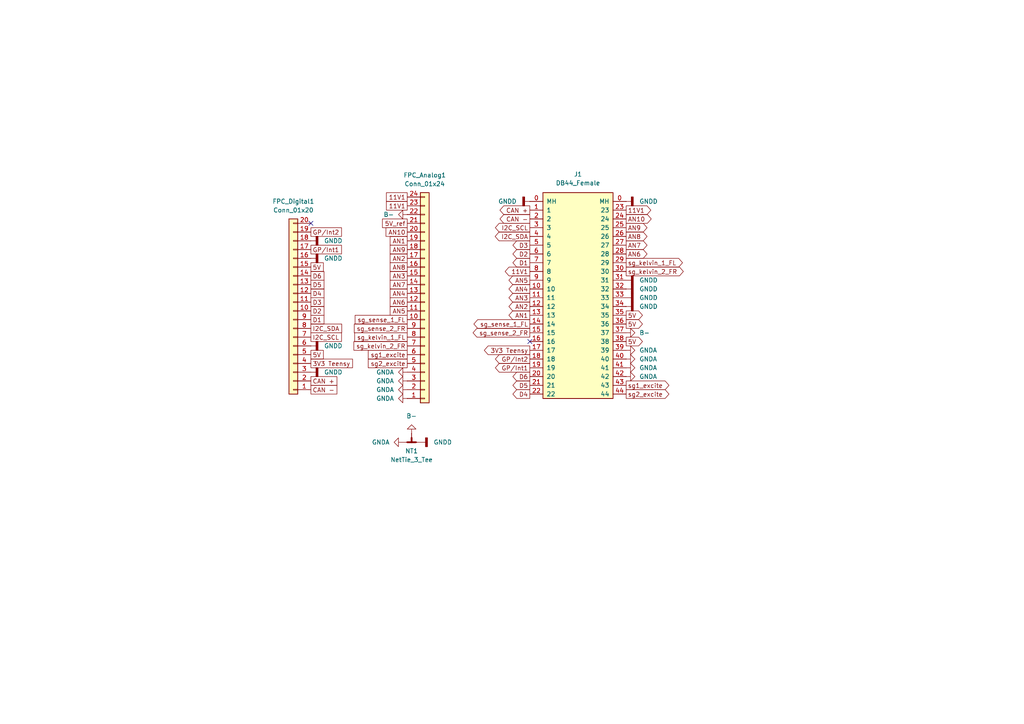
<source format=kicad_sch>
(kicad_sch (version 20250114) (generator "eeschema") (generator_version "9.0")
  (paper "A4")
  (lib_symbols
    (symbol "Connector_Generic:Conn_01x20" (pin_names (offset 1.016) (hide yes))
      (property "Reference" "J" (at 0 25.4 0))
      (property "Value" "Conn_01x20" (at 0 -27.94 0))
      (symbol "Conn_01x20_1_1"
        (rectangle (start -1.27 24.13) (end 1.27 -26.67) (stroke (width 0.254)) (fill (type background)))
        (rectangle (start -1.27 22.987) (end 0 22.733) (stroke (width 0.1524)))
        (rectangle (start -1.27 20.447) (end 0 20.193) (stroke (width 0.1524)))
        (rectangle (start -1.27 17.907) (end 0 17.653) (stroke (width 0.1524)))
        (rectangle (start -1.27 15.367) (end 0 15.113) (stroke (width 0.1524)))
        (rectangle (start -1.27 12.827) (end 0 12.573) (stroke (width 0.1524)))
        (rectangle (start -1.27 10.287) (end 0 10.033) (stroke (width 0.1524)))
        (rectangle (start -1.27 7.747) (end 0 7.493) (stroke (width 0.1524)))
        (rectangle (start -1.27 5.207) (end 0 4.953) (stroke (width 0.1524)))
        (rectangle (start -1.27 2.667) (end 0 2.413) (stroke (width 0.1524)))
        (rectangle (start -1.27 0.127) (end 0 -0.127) (stroke (width 0.1524)))
        (rectangle (start -1.27 -2.413) (end 0 -2.667) (stroke (width 0.1524)))
        (rectangle (start -1.27 -4.953) (end 0 -5.207) (stroke (width 0.1524)))
        (rectangle (start -1.27 -7.493) (end 0 -7.747) (stroke (width 0.1524)))
        (rectangle (start -1.27 -10.033) (end 0 -10.287) (stroke (width 0.1524)))
        (rectangle (start -1.27 -12.573) (end 0 -12.827) (stroke (width 0.1524)))
        (rectangle (start -1.27 -15.113) (end 0 -15.367) (stroke (width 0.1524)))
        (rectangle (start -1.27 -17.653) (end 0 -17.907) (stroke (width 0.1524)))
        (rectangle (start -1.27 -20.193) (end 0 -20.447) (stroke (width 0.1524)))
        (rectangle (start -1.27 -22.733) (end 0 -22.987) (stroke (width 0.1524)))
        (rectangle (start -1.27 -25.273) (end 0 -25.527) (stroke (width 0.1524)))
        (pin passive line (at -5.08 22.86 0) (length 3.81) (name "Pin_1") (number "1"))
        (pin passive line (at -5.08 20.32 0) (length 3.81) (name "Pin_2") (number "2"))
        (pin passive line (at -5.08 17.78 0) (length 3.81) (name "Pin_3") (number "3"))
        (pin passive line (at -5.08 15.24 0) (length 3.81) (name "Pin_4") (number "4"))
        (pin passive line (at -5.08 12.7 0) (length 3.81) (name "Pin_5") (number "5"))
        (pin passive line (at -5.08 10.16 0) (length 3.81) (name "Pin_6") (number "6"))
        (pin passive line (at -5.08 7.62 0) (length 3.81) (name "Pin_7") (number "7"))
        (pin passive line (at -5.08 5.08 0) (length 3.81) (name "Pin_8") (number "8"))
        (pin passive line (at -5.08 2.54 0) (length 3.81) (name "Pin_9") (number "9"))
        (pin passive line (at -5.08 0 0) (length 3.81) (name "Pin_10") (number "10"))
        (pin passive line (at -5.08 -2.54 0) (length 3.81) (name "Pin_11") (number "11"))
        (pin passive line (at -5.08 -5.08 0) (length 3.81) (name "Pin_12") (number "12"))
        (pin passive line (at -5.08 -7.62 0) (length 3.81) (name "Pin_13") (number "13"))
        (pin passive line (at -5.08 -10.16 0) (length 3.81) (name "Pin_14") (number "14"))
        (pin passive line (at -5.08 -12.7 0) (length 3.81) (name "Pin_15") (number "15"))
        (pin passive line (at -5.08 -15.24 0) (length 3.81) (name "Pin_16") (number "16"))
        (pin passive line (at -5.08 -17.78 0) (length 3.81) (name "Pin_17") (number "17"))
        (pin passive line (at -5.08 -20.32 0) (length 3.81) (name "Pin_18") (number "18"))
        (pin passive line (at -5.08 -22.86 0) (length 3.81) (name "Pin_19") (number "19"))
        (pin passive line (at -5.08 -25.4 0) (length 3.81) (name "Pin_20") (number "20"))
      )
    )
    (symbol "Connector_Generic:Conn_01x24" (pin_names (offset 1.016) (hide yes))
      (property "Reference" "J" (at 0 30.48 0))
      (property "Value" "Conn_01x24" (at 0 -33.02 0))
      (symbol "Conn_01x24_1_1"
        (rectangle (start -1.27 29.21) (end 1.27 -31.75) (stroke (width 0.254)) (fill (type background)))
        (rectangle (start -1.27 28.067) (end 0 27.813) (stroke (width 0.1524)))
        (rectangle (start -1.27 25.527) (end 0 25.273) (stroke (width 0.1524)))
        (rectangle (start -1.27 22.987) (end 0 22.733) (stroke (width 0.1524)))
        (rectangle (start -1.27 20.447) (end 0 20.193) (stroke (width 0.1524)))
        (rectangle (start -1.27 17.907) (end 0 17.653) (stroke (width 0.1524)))
        (rectangle (start -1.27 15.367) (end 0 15.113) (stroke (width 0.1524)))
        (rectangle (start -1.27 12.827) (end 0 12.573) (stroke (width 0.1524)))
        (rectangle (start -1.27 10.287) (end 0 10.033) (stroke (width 0.1524)))
        (rectangle (start -1.27 7.747) (end 0 7.493) (stroke (width 0.1524)))
        (rectangle (start -1.27 5.207) (end 0 4.953) (stroke (width 0.1524)))
        (rectangle (start -1.27 2.667) (end 0 2.413) (stroke (width 0.1524)))
        (rectangle (start -1.27 0.127) (end 0 -0.127) (stroke (width 0.1524)))
        (rectangle (start -1.27 -2.413) (end 0 -2.667) (stroke (width 0.1524)))
        (rectangle (start -1.27 -4.953) (end 0 -5.207) (stroke (width 0.1524)))
        (rectangle (start -1.27 -7.493) (end 0 -7.747) (stroke (width 0.1524)))
        (rectangle (start -1.27 -10.033) (end 0 -10.287) (stroke (width 0.1524)))
        (rectangle (start -1.27 -12.573) (end 0 -12.827) (stroke (width 0.1524)))
        (rectangle (start -1.27 -15.113) (end 0 -15.367) (stroke (width 0.1524)))
        (rectangle (start -1.27 -17.653) (end 0 -17.907) (stroke (width 0.1524)))
        (rectangle (start -1.27 -20.193) (end 0 -20.447) (stroke (width 0.1524)))
        (rectangle (start -1.27 -22.733) (end 0 -22.987) (stroke (width 0.1524)))
        (rectangle (start -1.27 -25.273) (end 0 -25.527) (stroke (width 0.1524)))
        (rectangle (start -1.27 -27.813) (end 0 -28.067) (stroke (width 0.1524)))
        (rectangle (start -1.27 -30.353) (end 0 -30.607) (stroke (width 0.1524)))
        (pin passive line (at -5.08 27.94 0) (length 3.81) (name "Pin_1") (number "1"))
        (pin passive line (at -5.08 25.4 0) (length 3.81) (name "Pin_2") (number "2"))
        (pin passive line (at -5.08 22.86 0) (length 3.81) (name "Pin_3") (number "3"))
        (pin passive line (at -5.08 20.32 0) (length 3.81) (name "Pin_4") (number "4"))
        (pin passive line (at -5.08 17.78 0) (length 3.81) (name "Pin_5") (number "5"))
        (pin passive line (at -5.08 15.24 0) (length 3.81) (name "Pin_6") (number "6"))
        (pin passive line (at -5.08 12.7 0) (length 3.81) (name "Pin_7") (number "7"))
        (pin passive line (at -5.08 10.16 0) (length 3.81) (name "Pin_8") (number "8"))
        (pin passive line (at -5.08 7.62 0) (length 3.81) (name "Pin_9") (number "9"))
        (pin passive line (at -5.08 5.08 0) (length 3.81) (name "Pin_10") (number "10"))
        (pin passive line (at -5.08 2.54 0) (length 3.81) (name "Pin_11") (number "11"))
        (pin passive line (at -5.08 0 0) (length 3.81) (name "Pin_12") (number "12"))
        (pin passive line (at -5.08 -2.54 0) (length 3.81) (name "Pin_13") (number "13"))
        (pin passive line (at -5.08 -5.08 0) (length 3.81) (name "Pin_14") (number "14"))
        (pin passive line (at -5.08 -7.62 0) (length 3.81) (name "Pin_15") (number "15"))
        (pin passive line (at -5.08 -10.16 0) (length 3.81) (name "Pin_16") (number "16"))
        (pin passive line (at -5.08 -12.7 0) (length 3.81) (name "Pin_17") (number "17"))
        (pin passive line (at -5.08 -15.24 0) (length 3.81) (name "Pin_18") (number "18"))
        (pin passive line (at -5.08 -17.78 0) (length 3.81) (name "Pin_19") (number "19"))
        (pin passive line (at -5.08 -20.32 0) (length 3.81) (name "Pin_20") (number "20"))
        (pin passive line (at -5.08 -22.86 0) (length 3.81) (name "Pin_21") (number "21"))
        (pin passive line (at -5.08 -25.4 0) (length 3.81) (name "Pin_22") (number "22"))
        (pin passive line (at -5.08 -27.94 0) (length 3.81) (name "Pin_23") (number "23"))
        (pin passive line (at -5.08 -30.48 0) (length 3.81) (name "Pin_24") (number "24"))
      )
    )
    (symbol "DB44_Female:DB44_Female" (pin_names (offset 1.016))
      (property "Reference" "J1" (at 0 37.084 0))
      (property "Value" "DB44_Female" (at 0 34.544 0))
      (symbol "DB44_Female_0_1"
        (rectangle (start -10.16 31.75) (end 10.16 -27.94) (stroke (width 0.254)) (fill (type background)))
      )
      (symbol "DB44_Female_1_1"
        (pin passive line (at -13.97 29.21 0) (length 3.81) (name "MH") (number "0"))
        (pin passive line (at -13.97 26.67 0) (length 3.81) (name "1") (number "1"))
        (pin passive line (at -13.97 24.13 0) (length 3.81) (name "2") (number "2"))
        (pin passive line (at -13.97 21.59 0) (length 3.81) (name "3") (number "3"))
        (pin passive line (at -13.97 19.05 0) (length 3.81) (name "4") (number "4"))
        (pin passive line (at -13.97 16.51 0) (length 3.81) (name "5") (number "5"))
        (pin passive line (at -13.97 13.97 0) (length 3.81) (name "6") (number "6"))
        (pin passive line (at -13.97 11.43 0) (length 3.81) (name "7") (number "7"))
        (pin passive line (at -13.97 8.89 0) (length 3.81) (name "8") (number "8"))
        (pin passive line (at -13.97 6.35 0) (length 3.81) (name "9") (number "9"))
        (pin passive line (at -13.97 3.81 0) (length 3.81) (name "10") (number "10"))
        (pin passive line (at -13.97 1.27 0) (length 3.81) (name "11") (number "11"))
        (pin passive line (at -13.97 -1.27 0) (length 3.81) (name "12") (number "12"))
        (pin passive line (at -13.97 -3.81 0) (length 3.81) (name "13") (number "13"))
        (pin passive line (at -13.97 -6.35 0) (length 3.81) (name "14") (number "14"))
        (pin passive line (at -13.97 -8.89 0) (length 3.81) (name "15") (number "15"))
        (pin passive line (at -13.97 -11.43 0) (length 3.81) (name "16") (number "16"))
        (pin passive line (at -13.97 -13.97 0) (length 3.81) (name "17") (number "17"))
        (pin passive line (at -13.97 -16.51 0) (length 3.81) (name "18") (number "18"))
        (pin passive line (at -13.97 -19.05 0) (length 3.81) (name "19") (number "19"))
        (pin passive line (at -13.97 -21.59 0) (length 3.81) (name "20") (number "20"))
        (pin passive line (at -13.97 -24.13 0) (length 3.81) (name "21") (number "21"))
        (pin passive line (at -13.97 -26.67 0) (length 3.81) (name "22") (number "22"))
        (pin passive line (at 13.97 29.21 180) (length 3.81) (name "MH") (number "0"))
        (pin passive line (at 13.97 26.67 180) (length 3.81) (name "23") (number "23"))
        (pin passive line (at 13.97 24.13 180) (length 3.81) (name "24") (number "24"))
        (pin passive line (at 13.97 21.59 180) (length 3.81) (name "25") (number "25"))
        (pin passive line (at 13.97 19.05 180) (length 3.81) (name "26") (number "26"))
        (pin passive line (at 13.97 16.51 180) (length 3.81) (name "27") (number "27"))
        (pin passive line (at 13.97 13.97 180) (length 3.81) (name "28") (number "28"))
        (pin passive line (at 13.97 11.43 180) (length 3.81) (name "29") (number "29"))
        (pin passive line (at 13.97 8.89 180) (length 3.81) (name "30") (number "30"))
        (pin passive line (at 13.97 6.35 180) (length 3.81) (name "31") (number "31"))
        (pin passive line (at 13.97 3.81 180) (length 3.81) (name "32") (number "32"))
        (pin passive line (at 13.97 1.27 180) (length 3.81) (name "33") (number "33"))
        (pin passive line (at 13.97 -1.27 180) (length 3.81) (name "34") (number "34"))
        (pin passive line (at 13.97 -3.81 180) (length 3.81) (name "35") (number "35"))
        (pin passive line (at 13.97 -6.35 180) (length 3.81) (name "36") (number "36"))
        (pin passive line (at 13.97 -8.89 180) (length 3.81) (name "37") (number "37"))
        (pin passive line (at 13.97 -11.43 180) (length 3.81) (name "38") (number "38"))
        (pin passive line (at 13.97 -13.97 180) (length 3.81) (name "39") (number "39"))
        (pin passive line (at 13.97 -16.51 180) (length 3.81) (name "40") (number "40"))
        (pin passive line (at 13.97 -19.05 180) (length 3.81) (name "41") (number "41"))
        (pin passive line (at 13.97 -21.59 180) (length 3.81) (name "42") (number "42"))
        (pin passive line (at 13.97 -24.13 180) (length 3.81) (name "43") (number "43"))
        (pin passive line (at 13.97 -26.67 180) (length 3.81) (name "44") (number "44"))
      )
    )
    (symbol "Device:NetTie_3_Tee" (pin_numbers (hide yes)) (pin_names (offset 0) (hide yes)) (in_bom no)
      (property "Reference" "NT" (at 0 3.175 0))
      (property "Value" "NetTie_3_Tee" (at 0 1.27 0))
      (symbol "NetTie_3_Tee_0_1"
        (polyline (pts (xy -1.27 0) (xy 1.27 0)) (stroke (width 0.254)))
        (polyline (pts (xy -1.27 0) (xy 1.27 0)) (stroke (width 0.508)))
        (polyline (pts (xy 0 -1.27) (xy 0 0)) (stroke (width 0.508)))
        (polyline (pts (xy 0 -2.54) (xy 0 -2.54)) (stroke (width 0.254)))
      )
      (symbol "NetTie_3_Tee_1_1"
        (pin passive line (at -2.54 0 0) (length 2.54) (name "1") (number "1"))
        (pin passive line (at 0 -2.54 90) (length 2.54) (name "3") (number "3"))
        (pin passive line (at 2.54 0 180) (length 2.54) (name "2") (number "2"))
      )
    )
    (symbol "power:GNDA" (power) (pin_numbers (hide yes)) (pin_names (offset 0) (hide yes))
      (property "Value" "GNDA" (at 0 -3.81 0))
      (symbol "GNDA_0_1"
        (polyline (pts (xy 0 0) (xy 0 -1.27) (xy 1.27 -1.27) (xy 0 -2.54) (xy -1.27 -1.27) (xy 0 -1.27)))
      )
      (symbol "GNDA_1_1"
        (pin power_in line (at 0 0 270) (length 0) (name "~") (number "1"))
      )
    )
    (symbol "power:GNDD" (power) (pin_numbers (hide yes)) (pin_names (offset 0) (hide yes))
      (property "Value" "GNDD" (at 0 -3.175 0))
      (symbol "GNDD_0_1"
        (rectangle (start -1.27 -1.524) (end 1.27 -2.032) (stroke (width 0.254)) (fill (type outline)))
        (polyline (pts (xy 0 0) (xy 0 -1.524)))
      )
      (symbol "GNDD_1_1"
        (pin power_in line (at 0 0 270) (length 0) (name "~") (number "1"))
      )
    )
  )
  (no_connect (at 153.67 99.06))
  (no_connect (at 90.17 64.77))
  (global_label "D5" (shape output) (at 153.67 111.76 180) (property "Intersheetrefs" "${INTERSHEET_REFS}" (effects (hide yes))))
  (global_label "AN4" (shape passive) (at 118.11 85.09 180) (property "Intersheetrefs" "${INTERSHEET_REFS}" (effects (hide yes))))
  (global_label "sg2_excite" (shape passive) (at 118.11 105.41 180) (property "Intersheetrefs" "${INTERSHEET_REFS}" (effects (hide yes))))
  (global_label "11V1" (shape passive) (at 118.11 57.15 180) (property "Intersheetrefs" "${INTERSHEET_REFS}" (effects (hide yes))))
  (global_label "AN9" (shape passive) (at 118.11 72.39 180) (property "Intersheetrefs" "${INTERSHEET_REFS}" (effects (hide yes))))
  (global_label "5V_ref" (shape passive) (at 118.11 64.77 180) (property "Intersheetrefs" "${INTERSHEET_REFS}" (effects (hide yes))))
  (global_label "AN6" (shape output) (at 181.61 73.66 0) (property "Intersheetrefs" "${INTERSHEET_REFS}" (effects (hide yes))))
  (global_label "CAN +" (shape passive) (at 90.17 110.49 0) (property "Intersheetrefs" "${INTERSHEET_REFS}" (effects (hide yes))))
  (global_label "AN8" (shape passive) (at 118.11 77.47 180) (property "Intersheetrefs" "${INTERSHEET_REFS}" (effects (hide yes))))
  (global_label "AN6" (shape passive) (at 118.11 87.63 180) (property "Intersheetrefs" "${INTERSHEET_REFS}" (effects (hide yes))))
  (global_label "CAN -" (shape output) (at 153.67 63.5 180) (property "Intersheetrefs" "${INTERSHEET_REFS}" (effects (hide yes))))
  (global_label "D2" (shape passive) (at 90.17 90.17 0) (property "Intersheetrefs" "${INTERSHEET_REFS}" (effects (hide yes))))
  (global_label "D5" (shape passive) (at 90.17 82.55 0) (property "Intersheetrefs" "${INTERSHEET_REFS}" (effects (hide yes))))
  (global_label "D3" (shape output) (at 153.67 71.12 180) (property "Intersheetrefs" "${INTERSHEET_REFS}" (effects (hide yes))))
  (global_label "AN2" (shape passive) (at 118.11 74.93 180) (property "Intersheetrefs" "${INTERSHEET_REFS}" (effects (hide yes))))
  (global_label "D1" (shape output) (at 153.67 76.2 180) (property "Intersheetrefs" "${INTERSHEET_REFS}" (effects (hide yes))))
  (global_label "5V" (shape output) (at 181.61 91.44 0) (property "Intersheetrefs" "${INTERSHEET_REFS}" (effects (hide yes))))
  (global_label "sg_kelvin_2_FR" (shape passive) (at 118.11 100.33 180) (property "Intersheetrefs" "${INTERSHEET_REFS}" (effects (hide yes))))
  (global_label "AN1" (shape output) (at 153.67 91.44 180) (property "Intersheetrefs" "${INTERSHEET_REFS}" (effects (hide yes))))
  (global_label "GP{slash}Int2" (shape passive) (at 90.17 67.31 0) (property "Intersheetrefs" "${INTERSHEET_REFS}" (effects (hide yes))))
  (global_label "3V3 Teensy" (shape passive) (at 90.17 105.41 0) (property "Intersheetrefs" "${INTERSHEET_REFS}" (effects (hide yes))))
  (global_label "AN3" (shape passive) (at 118.11 80.01 180) (property "Intersheetrefs" "${INTERSHEET_REFS}" (effects (hide yes))))
  (global_label "AN5" (shape passive) (at 118.11 90.17 180) (property "Intersheetrefs" "${INTERSHEET_REFS}" (effects (hide yes))))
  (global_label "AN10" (shape output) (at 181.61 63.5 0) (property "Intersheetrefs" "${INTERSHEET_REFS}" (effects (hide yes))))
  (global_label "I2C_SDA" (shape passive) (at 90.17 95.25 0) (property "Intersheetrefs" "${INTERSHEET_REFS}" (effects (hide yes))))
  (global_label "sg_sense_2_FR" (shape passive) (at 118.11 95.25 180) (property "Intersheetrefs" "${INTERSHEET_REFS}" (effects (hide yes))))
  (global_label "AN10" (shape passive) (at 118.11 67.31 180) (property "Intersheetrefs" "${INTERSHEET_REFS}" (effects (hide yes))))
  (global_label "sg_kelvin_1_FL" (shape passive) (at 118.11 97.79 180) (property "Intersheetrefs" "${INTERSHEET_REFS}" (effects (hide yes))))
  (global_label "5V" (shape passive) (at 90.17 77.47 0) (property "Intersheetrefs" "${INTERSHEET_REFS}" (effects (hide yes))))
  (global_label "CAN +" (shape output) (at 153.67 60.96 180) (property "Intersheetrefs" "${INTERSHEET_REFS}" (effects (hide yes))))
  (global_label "I2C_SDA" (shape output) (at 153.67 68.58 180) (property "Intersheetrefs" "${INTERSHEET_REFS}" (effects (hide yes))))
  (global_label "GP{slash}Int1" (shape passive) (at 90.17 72.39 0) (property "Intersheetrefs" "${INTERSHEET_REFS}" (effects (hide yes))))
  (global_label "AN9" (shape output) (at 181.61 66.04 0) (property "Intersheetrefs" "${INTERSHEET_REFS}" (effects (hide yes))))
  (global_label "CAN -" (shape passive) (at 90.17 113.03 0) (property "Intersheetrefs" "${INTERSHEET_REFS}" (effects (hide yes))))
  (global_label "AN5" (shape output) (at 153.67 81.28 180) (property "Intersheetrefs" "${INTERSHEET_REFS}" (effects (hide yes))))
  (global_label "AN7" (shape passive) (at 118.11 82.55 180) (property "Intersheetrefs" "${INTERSHEET_REFS}" (effects (hide yes))))
  (global_label "D6" (shape passive) (at 90.17 80.01 0) (property "Intersheetrefs" "${INTERSHEET_REFS}" (effects (hide yes))))
  (global_label "sg1_excite" (shape passive) (at 118.11 102.87 180) (property "Intersheetrefs" "${INTERSHEET_REFS}" (effects (hide yes))))
  (global_label "D6" (shape output) (at 153.67 109.22 180) (property "Intersheetrefs" "${INTERSHEET_REFS}" (effects (hide yes))))
  (global_label "11V1" (shape output) (at 181.61 60.96 0) (property "Intersheetrefs" "${INTERSHEET_REFS}" (effects (hide yes))))
  (global_label "D2" (shape output) (at 153.67 73.66 180) (property "Intersheetrefs" "${INTERSHEET_REFS}" (effects (hide yes))))
  (global_label "I2C_SCL" (shape output) (at 153.67 66.04 180) (property "Intersheetrefs" "${INTERSHEET_REFS}" (effects (hide yes))))
  (global_label "sg_sense_2_FR" (shape output) (at 153.67 96.52 180) (property "Intersheetrefs" "${INTERSHEET_REFS}" (effects (hide yes))))
  (global_label "sg2_excite" (shape output) (at 181.61 114.3 0) (property "Intersheetrefs" "${INTERSHEET_REFS}" (effects (hide yes))))
  (global_label "sg_sense_1_FL" (shape output) (at 153.67 93.98 180) (property "Intersheetrefs" "${INTERSHEET_REFS}" (effects (hide yes))))
  (global_label "AN3" (shape output) (at 153.67 86.36 180) (property "Intersheetrefs" "${INTERSHEET_REFS}" (effects (hide yes))))
  (global_label "AN2" (shape output) (at 153.67 88.9 180) (property "Intersheetrefs" "${INTERSHEET_REFS}" (effects (hide yes))))
  (global_label "3V3 Teensy" (shape output) (at 153.67 101.6 180) (property "Intersheetrefs" "${INTERSHEET_REFS}" (effects (hide yes))))
  (global_label "sg_kelvin_1_FL" (shape output) (at 181.61 76.2 0) (property "Intersheetrefs" "${INTERSHEET_REFS}" (effects (hide yes))))
  (global_label "11V1" (shape output) (at 153.67 78.74 180) (property "Intersheetrefs" "${INTERSHEET_REFS}" (effects (hide yes))))
  (global_label "D1" (shape passive) (at 90.17 92.71 0) (property "Intersheetrefs" "${INTERSHEET_REFS}" (effects (hide yes))))
  (global_label "AN7" (shape output) (at 181.61 71.12 0) (property "Intersheetrefs" "${INTERSHEET_REFS}" (effects (hide yes))))
  (global_label "sg1_excite" (shape output) (at 181.61 111.76 0) (property "Intersheetrefs" "${INTERSHEET_REFS}" (effects (hide yes))))
  (global_label "5V" (shape output) (at 181.61 99.06 0) (property "Intersheetrefs" "${INTERSHEET_REFS}" (effects (hide yes))))
  (global_label "AN1" (shape passive) (at 118.11 69.85 180) (property "Intersheetrefs" "${INTERSHEET_REFS}" (effects (hide yes))))
  (global_label "sg_sense_1_FL" (shape passive) (at 118.11 92.71 180) (property "Intersheetrefs" "${INTERSHEET_REFS}" (effects (hide yes))))
  (global_label "D4" (shape output) (at 153.67 114.3 180) (property "Intersheetrefs" "${INTERSHEET_REFS}" (effects (hide yes))))
  (global_label "D3" (shape passive) (at 90.17 87.63 0) (property "Intersheetrefs" "${INTERSHEET_REFS}" (effects (hide yes))))
  (global_label "sg_kelvin_2_FR" (shape output) (at 181.61 78.74 0) (property "Intersheetrefs" "${INTERSHEET_REFS}" (effects (hide yes))))
  (global_label "AN8" (shape output) (at 181.61 68.58 0) (property "Intersheetrefs" "${INTERSHEET_REFS}" (effects (hide yes))))
  (global_label "5V" (shape passive) (at 90.17 102.87 0) (property "Intersheetrefs" "${INTERSHEET_REFS}" (effects (hide yes))))
  (global_label "GP{slash}Int1" (shape output) (at 153.67 106.68 180) (property "Intersheetrefs" "${INTERSHEET_REFS}" (effects (hide yes))))
  (global_label "11V1" (shape passive) (at 118.11 59.69 180) (property "Intersheetrefs" "${INTERSHEET_REFS}" (effects (hide yes))))
  (global_label "D4" (shape passive) (at 90.17 85.09 0) (property "Intersheetrefs" "${INTERSHEET_REFS}" (effects (hide yes))))
  (global_label "5V" (shape output) (at 181.61 93.98 0) (property "Intersheetrefs" "${INTERSHEET_REFS}" (effects (hide yes))))
  (global_label "GP{slash}Int2" (shape output) (at 153.67 104.14 180) (property "Intersheetrefs" "${INTERSHEET_REFS}" (effects (hide yes))))
  (global_label "AN4" (shape output) (at 153.67 83.82 180) (property "Intersheetrefs" "${INTERSHEET_REFS}" (effects (hide yes))))
  (global_label "I2C_SCL" (shape passive) (at 90.17 97.79 0) (property "Intersheetrefs" "${INTERSHEET_REFS}" (effects (hide yes))))
  (symbol (lib_id "power:GNDD") (at 181.61 88.9 90) (mirror x) (unit 1)
    (property "Reference" "#PWR08" (effects (hide yes)))
    (property "Value" "GNDD" (at 185.42 88.8999 90) (effects (justify right)))
    (property "Description" "Power symbol creates a global label with name \"GNDD\" , digital ground" (effects (hide yes)))
  )
  (symbol (lib_id "power:GNDD") (at 181.61 86.36 90) (mirror x) (unit 1)
    (property "Reference" "#PWR07" (effects (hide yes)))
    (property "Value" "GNDD" (at 185.42 86.3599 90) (effects (justify right)))
    (property "Description" "Power symbol creates a global label with name \"GNDD\" , digital ground" (effects (hide yes)))
  )
  (symbol (lib_id "power:GNDD") (at 121.92 128.27 90) (mirror x) (unit 1)
    (property "Reference" "#PWR0110" (effects (hide yes)))
    (property "Value" "GNDD" (at 125.73 128.2699 90) (effects (justify right)))
    (property "Description" "Power symbol creates a global label with name \"GNDD\" , digital ground" (effects (hide yes)))
  )
  (symbol (lib_id "power:GNDA") (at 119.38 125.73 0) (mirror x) (unit 1)
    (property "Reference" "#PWR021" (effects (hide yes)))
    (property "Value" "B-" (at 119.38 120.65 0))
    (property "Description" "Power symbol creates a global label with name \"GNDA\" , analog ground" (effects (hide yes)))
  )
  (symbol (lib_id "Device:NetTie_3_Tee") (at 119.38 128.27 180) (unit 1) (in_bom no)
    (property "Reference" "NT1" (at 119.38 130.81 0))
    (property "Value" "NetTie_3_Tee" (at 119.38 133.35 0))
    (property "Description" "Net tie, 3 pins, tee" (effects (hide yes)))
  )
  (symbol (lib_id "Connector_Generic:Conn_01x24") (at 123.19 87.63 0) (mirror x) (unit 1)
    (property "Reference" "FPC_Analog1" (at 123.19 50.8 0))
    (property "Value" "Conn_01x24" (at 123.19 53.34 0))
    (property "Footprint" "Connector_FFC-FPC:TE_2-84953-4_1x24-1MP_P1.0mm_Horizontal" (effects (hide yes)))
    (property "Description" "Generic connector, single row, 01x24, script generated (kicad-library-utils/schlib/autogen/connector/)" (effects (hide yes)))
  )
  (symbol (lib_id "power:GNDD") (at 90.17 107.95 90) (mirror x) (unit 1)
    (property "Reference" "#PWR0101" (effects (hide yes)))
    (property "Value" "GNDD" (at 93.98 107.9499 90) (effects (justify right)))
    (property "Description" "Power symbol creates a global label with name \"GNDD\" , digital ground" (effects (hide yes)))
  )
  (symbol (lib_id "power:GNDA") (at 118.11 107.95 270) (mirror x) (unit 1)
    (property "Reference" "#PWR0108" (effects (hide yes)))
    (property "Value" "GNDA" (at 114.3 107.9499 90) (effects (justify right)))
    (property "Description" "Power symbol creates a global label with name \"GNDA\" , analog ground" (effects (hide yes)))
  )
  (symbol (lib_id "power:GNDA") (at 181.61 104.14 90) (mirror x) (unit 1)
    (property "Reference" "#PWR015" (effects (hide yes)))
    (property "Value" "GNDA" (at 185.42 104.1399 90) (effects (justify right)))
    (property "Description" "Power symbol creates a global label with name \"GNDA\" , analog ground" (effects (hide yes)))
  )
  (symbol (lib_id "power:GNDD") (at 90.17 74.93 90) (mirror x) (unit 1)
    (property "Reference" "#PWR0103" (effects (hide yes)))
    (property "Value" "GNDD" (at 93.98 74.9299 90) (effects (justify right)))
    (property "Description" "Power symbol creates a global label with name \"GNDD\" , digital ground" (effects (hide yes)))
  )
  (symbol (lib_id "power:GNDA") (at 181.61 109.22 90) (mirror x) (unit 1)
    (property "Reference" "#PWR017" (effects (hide yes)))
    (property "Value" "GNDA" (at 185.42 109.2199 90) (effects (justify right)))
    (property "Description" "Power symbol creates a global label with name \"GNDA\" , analog ground" (effects (hide yes)))
  )
  (symbol (lib_id "power:GNDD") (at 181.61 58.42 90) (mirror x) (unit 1)
    (property "Reference" "#PWR023" (effects (hide yes)))
    (property "Value" "GNDD" (at 185.42 58.4199 90) (effects (justify right)))
    (property "Description" "Power symbol creates a global label with name \"GNDD\" , digital ground" (effects (hide yes)))
  )
  (symbol (lib_id "power:GNDA") (at 181.61 96.52 90) (mirror x) (unit 1)
    (property "Reference" "#PWR018" (effects (hide yes)))
    (property "Value" "B-" (at 185.42 96.5199 90) (effects (justify right)))
    (property "Description" "Power symbol creates a global label with name \"GNDA\" , analog ground" (effects (hide yes)))
  )
  (symbol (lib_id "power:GNDA") (at 181.61 106.68 90) (mirror x) (unit 1)
    (property "Reference" "#PWR016" (effects (hide yes)))
    (property "Value" "GNDA" (at 185.42 106.6799 90) (effects (justify right)))
    (property "Description" "Power symbol creates a global label with name \"GNDA\" , analog ground" (effects (hide yes)))
  )
  (symbol (lib_id "power:GNDA") (at 118.11 115.57 270) (mirror x) (unit 1)
    (property "Reference" "#PWR019" (effects (hide yes)))
    (property "Value" "GNDA" (at 114.3 115.5699 90) (effects (justify right)))
    (property "Description" "Power symbol creates a global label with name \"GNDA\" , analog ground" (effects (hide yes)))
  )
  (symbol (lib_id "power:GNDD") (at 181.61 83.82 90) (mirror x) (unit 1)
    (property "Reference" "#PWR06" (effects (hide yes)))
    (property "Value" "GNDD" (at 185.42 83.8199 90) (effects (justify right)))
    (property "Description" "Power symbol creates a global label with name \"GNDD\" , digital ground" (effects (hide yes)))
  )
  (symbol (lib_id "power:GNDA") (at 181.61 101.6 90) (mirror x) (unit 1)
    (property "Reference" "#PWR09" (effects (hide yes)))
    (property "Value" "GNDA" (at 185.42 101.5999 90) (effects (justify right)))
    (property "Description" "Power symbol creates a global label with name \"GNDA\" , analog ground" (effects (hide yes)))
  )
  (symbol (lib_id "power:GNDD") (at 90.17 69.85 90) (mirror x) (unit 1)
    (property "Reference" "#PWR0104" (effects (hide yes)))
    (property "Value" "GNDD" (at 93.98 69.8499 90) (effects (justify right)))
    (property "Description" "Power symbol creates a global label with name \"GNDD\" , digital ground" (effects (hide yes)))
  )
  (symbol (lib_id "power:GNDD") (at 181.61 81.28 90) (mirror x) (unit 1)
    (property "Reference" "#PWR020" (effects (hide yes)))
    (property "Value" "GNDD" (at 185.42 81.2799 90) (effects (justify right)))
    (property "Description" "Power symbol creates a global label with name \"GNDD\" , digital ground" (effects (hide yes)))
  )
  (symbol (lib_id "power:GNDA") (at 118.11 113.03 270) (mirror x) (unit 1)
    (property "Reference" "#PWR0107" (effects (hide yes)))
    (property "Value" "GNDA" (at 114.3 113.0299 90) (effects (justify right)))
    (property "Description" "Power symbol creates a global label with name \"GNDA\" , analog ground" (effects (hide yes)))
  )
  (symbol (lib_id "DB44_Female:DB44_Female") (at 167.64 87.63 0) (unit 1)
    (property "Reference" "J1" (at 167.64 50.546 0))
    (property "Value" "DB44_Female" (at 167.64 53.086 0))
    (property "Footprint" "jade_moon_footprints:female-DB44-TE-2311770-1-" (effects (hide yes)))
    (property "Description" "DB44 Female D-Sub Connector, 44 pins, High Density" (effects (hide yes)))
  )
  (symbol (lib_id "power:GNDD") (at 90.17 100.33 90) (mirror x) (unit 1)
    (property "Reference" "#PWR0102" (effects (hide yes)))
    (property "Value" "GNDD" (at 93.98 100.3299 90) (effects (justify right)))
    (property "Description" "Power symbol creates a global label with name \"GNDD\" , digital ground" (effects (hide yes)))
  )
  (symbol (lib_id "power:GNDD") (at 153.67 58.42 270) (mirror x) (unit 1)
    (property "Reference" "#PWR022" (effects (hide yes)))
    (property "Value" "GNDD" (at 149.86 58.4199 90) (effects (justify right)))
    (property "Description" "Power symbol creates a global label with name \"GNDD\" , digital ground" (effects (hide yes)))
  )
  (symbol (lib_id "power:GNDA") (at 118.11 110.49 270) (mirror x) (unit 1)
    (property "Reference" "#PWR0106" (effects (hide yes)))
    (property "Value" "GNDA" (at 114.3 110.4899 90) (effects (justify right)))
    (property "Description" "Power symbol creates a global label with name \"GNDA\" , analog ground" (effects (hide yes)))
  )
  (symbol (lib_id "power:GNDA") (at 118.11 62.23 270) (mirror x) (unit 1)
    (property "Reference" "#PWR0105" (effects (hide yes)))
    (property "Value" "B-" (at 114.3 62.2299 90) (effects (justify right)))
    (property "Description" "Power symbol creates a global label with name \"GNDA\" , analog ground" (effects (hide yes)))
  )
  (symbol (lib_id "power:GNDA") (at 116.84 128.27 270) (mirror x) (unit 1)
    (property "Reference" "#PWR0109" (effects (hide yes)))
    (property "Value" "GNDA" (at 113.03 128.2699 90) (effects (justify right)))
    (property "Description" "Power symbol creates a global label with name \"GNDA\" , analog ground" (effects (hide yes)))
  )
  (symbol (lib_id "Connector_Generic:Conn_01x20") (at 85.09 90.17 180) (unit 1)
    (property "Reference" "FPC_Digital1" (at 85.09 58.42 0))
    (property "Value" "Conn_01x20" (at 85.09 60.96 0))
    (property "Footprint" "Connector_FFC-FPC:TE_2-84953-0_1x20-1MP_P1.0mm_Horizontal" (effects (hide yes)))
    (property "Description" "Generic connector, single row, 01x20, script generated (kicad-library-utils/schlib/autogen/connector/)" (effects (hide yes)))
  )
)
</source>
